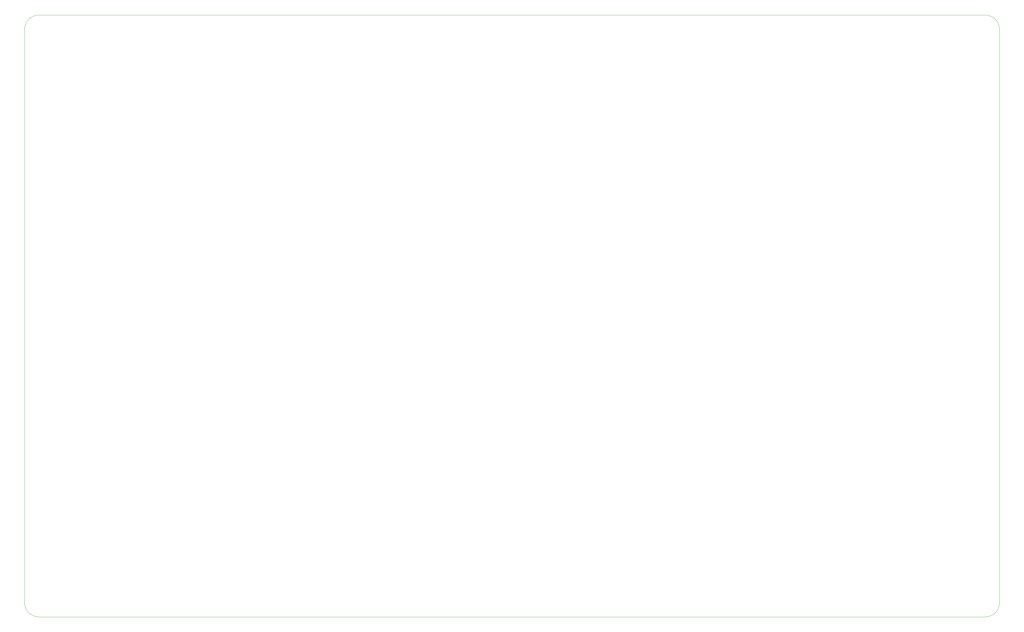
<source format=gm1>
G04 #@! TF.GenerationSoftware,KiCad,Pcbnew,(5.1.10)-1*
G04 #@! TF.CreationDate,2021-09-08T15:57:07+01:00*
G04 #@! TF.ProjectId,yddraig,79646472-6169-4672-9e6b-696361645f70,rev?*
G04 #@! TF.SameCoordinates,Original*
G04 #@! TF.FileFunction,Profile,NP*
%FSLAX46Y46*%
G04 Gerber Fmt 4.6, Leading zero omitted, Abs format (unit mm)*
G04 Created by KiCad (PCBNEW (5.1.10)-1) date 2021-09-08 15:57:07*
%MOMM*%
%LPD*%
G01*
G04 APERTURE LIST*
G04 #@! TA.AperFunction,Profile*
%ADD10C,0.050000*%
G04 #@! TD*
G04 APERTURE END LIST*
D10*
X397404000Y-249000000D02*
X397404000Y-49000000D01*
X62404000Y-254000000D02*
X392404000Y-254000000D01*
X57404000Y-49000000D02*
X57404000Y-249000000D01*
X392404000Y-44000000D02*
X62404000Y-44000000D01*
X392404000Y-44000000D02*
G75*
G02*
X397404000Y-49000000I0J-5000000D01*
G01*
X57404000Y-49000000D02*
G75*
G02*
X62404000Y-44000000I5000000J0D01*
G01*
X397404000Y-249000000D02*
G75*
G02*
X392404000Y-254000000I-5000000J0D01*
G01*
X62404000Y-254000000D02*
G75*
G02*
X57404000Y-249000000I0J5000000D01*
G01*
M02*

</source>
